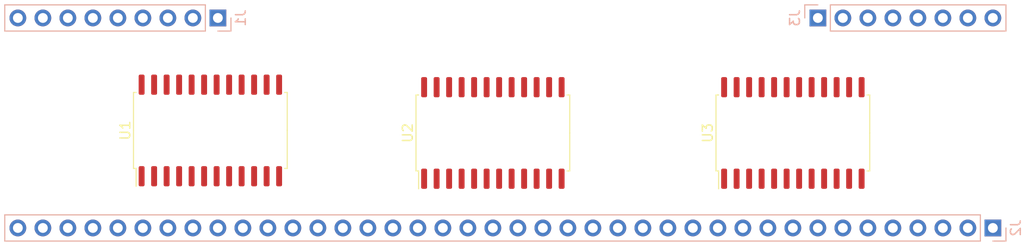
<source format=kicad_pcb>
(kicad_pcb (version 20171130) (host pcbnew "(5.1.10-1-10_14)")

  (general
    (thickness 1.6)
    (drawings 0)
    (tracks 0)
    (zones 0)
    (modules 6)
    (nets 58)
  )

  (page A4)
  (layers
    (0 F.Cu signal)
    (31 B.Cu signal)
    (32 B.Adhes user)
    (33 F.Adhes user)
    (34 B.Paste user)
    (35 F.Paste user)
    (36 B.SilkS user)
    (37 F.SilkS user)
    (38 B.Mask user)
    (39 F.Mask user)
    (40 Dwgs.User user)
    (41 Cmts.User user)
    (42 Eco1.User user)
    (43 Eco2.User user)
    (44 Edge.Cuts user)
    (45 Margin user)
    (46 B.CrtYd user)
    (47 F.CrtYd user)
    (48 B.Fab user hide)
    (49 F.Fab user hide)
  )

  (setup
    (last_trace_width 0.25)
    (trace_clearance 0.2)
    (zone_clearance 0.508)
    (zone_45_only no)
    (trace_min 0.2)
    (via_size 0.8)
    (via_drill 0.4)
    (via_min_size 0.4)
    (via_min_drill 0.3)
    (uvia_size 0.3)
    (uvia_drill 0.1)
    (uvias_allowed no)
    (uvia_min_size 0.2)
    (uvia_min_drill 0.1)
    (edge_width 0.05)
    (segment_width 0.2)
    (pcb_text_width 0.3)
    (pcb_text_size 1.5 1.5)
    (mod_edge_width 0.12)
    (mod_text_size 1 1)
    (mod_text_width 0.15)
    (pad_size 1.524 1.524)
    (pad_drill 0.762)
    (pad_to_mask_clearance 0)
    (aux_axis_origin 0 0)
    (visible_elements FFFFFF7F)
    (pcbplotparams
      (layerselection 0x010fc_ffffffff)
      (usegerberextensions false)
      (usegerberattributes true)
      (usegerberadvancedattributes true)
      (creategerberjobfile true)
      (excludeedgelayer true)
      (linewidth 0.100000)
      (plotframeref false)
      (viasonmask false)
      (mode 1)
      (useauxorigin false)
      (hpglpennumber 1)
      (hpglpenspeed 20)
      (hpglpendiameter 15.000000)
      (psnegative false)
      (psa4output false)
      (plotreference true)
      (plotvalue true)
      (plotinvisibletext false)
      (padsonsilk false)
      (subtractmaskfromsilk false)
      (outputformat 1)
      (mirror false)
      (drillshape 1)
      (scaleselection 1)
      (outputdirectory ""))
  )

  (net 0 "")
  (net 1 VCC)
  (net 2 A0)
  (net 3 A1)
  (net 4 A2)
  (net 5 A3)
  (net 6 ~EN0)
  (net 7 GND)
  (net 8 ~EN1)
  (net 9 ~EN2)
  (net 10 Q0)
  (net 11 Q1)
  (net 12 Q2)
  (net 13 Q3)
  (net 14 Q4)
  (net 15 Q5)
  (net 16 Q6)
  (net 17 Q7)
  (net 18 Q8)
  (net 19 Q9)
  (net 20 Q10)
  (net 21 Q11)
  (net 22 Q12)
  (net 23 Q13)
  (net 24 Q14)
  (net 25 Q15)
  (net 26 Q16)
  (net 27 Q17)
  (net 28 Q18)
  (net 29 Q19)
  (net 30 Q20)
  (net 31 Q21)
  (net 32 Q22)
  (net 33 Q23)
  (net 34 Q24)
  (net 35 Q25)
  (net 36 Q26)
  (net 37 Q27)
  (net 38 Q28)
  (net 39 Q29)
  (net 40 Q30)
  (net 41 Q31)
  (net 42 Q32)
  (net 43 Q33)
  (net 44 Q34)
  (net 45 Q35)
  (net 46 Q36)
  (net 47 Q37)
  (net 48 Q38)
  (net 49 Q39)
  (net 50 Q40)
  (net 51 Q41)
  (net 52 Q42)
  (net 53 Q43)
  (net 54 Q44)
  (net 55 Q45)
  (net 56 Q46)
  (net 57 Q47)

  (net_class Default "This is the default net class."
    (clearance 0.2)
    (trace_width 0.25)
    (via_dia 0.8)
    (via_drill 0.4)
    (uvia_dia 0.3)
    (uvia_drill 0.1)
    (add_net A0)
    (add_net A1)
    (add_net A2)
    (add_net A3)
    (add_net GND)
    (add_net Q0)
    (add_net Q1)
    (add_net Q10)
    (add_net Q11)
    (add_net Q12)
    (add_net Q13)
    (add_net Q14)
    (add_net Q15)
    (add_net Q16)
    (add_net Q17)
    (add_net Q18)
    (add_net Q19)
    (add_net Q2)
    (add_net Q20)
    (add_net Q21)
    (add_net Q22)
    (add_net Q23)
    (add_net Q24)
    (add_net Q25)
    (add_net Q26)
    (add_net Q27)
    (add_net Q28)
    (add_net Q29)
    (add_net Q3)
    (add_net Q30)
    (add_net Q31)
    (add_net Q32)
    (add_net Q33)
    (add_net Q34)
    (add_net Q35)
    (add_net Q36)
    (add_net Q37)
    (add_net Q38)
    (add_net Q39)
    (add_net Q4)
    (add_net Q40)
    (add_net Q41)
    (add_net Q42)
    (add_net Q43)
    (add_net Q44)
    (add_net Q45)
    (add_net Q46)
    (add_net Q47)
    (add_net Q5)
    (add_net Q6)
    (add_net Q7)
    (add_net Q8)
    (add_net Q9)
    (add_net VCC)
    (add_net ~EN0)
    (add_net ~EN1)
    (add_net ~EN2)
  )

  (module Connector_PinHeader_2.54mm:PinHeader_1x08_P2.54mm_Vertical (layer B.Cu) (tedit 59FED5CC) (tstamp 61B4D741)
    (at 214.63 99.822 270)
    (descr "Through hole straight pin header, 1x08, 2.54mm pitch, single row")
    (tags "Through hole pin header THT 1x08 2.54mm single row")
    (path /61B83E83)
    (fp_text reference J3 (at 0 2.33 270) (layer B.SilkS)
      (effects (font (size 1 1) (thickness 0.15)) (justify mirror))
    )
    (fp_text value Conn_01x08 (at 0 -20.11 270) (layer B.Fab)
      (effects (font (size 1 1) (thickness 0.15)) (justify mirror))
    )
    (fp_text user %R (at 0 -8.89) (layer B.Fab)
      (effects (font (size 1 1) (thickness 0.15)) (justify mirror))
    )
    (fp_line (start -0.635 1.27) (end 1.27 1.27) (layer B.Fab) (width 0.1))
    (fp_line (start 1.27 1.27) (end 1.27 -19.05) (layer B.Fab) (width 0.1))
    (fp_line (start 1.27 -19.05) (end -1.27 -19.05) (layer B.Fab) (width 0.1))
    (fp_line (start -1.27 -19.05) (end -1.27 0.635) (layer B.Fab) (width 0.1))
    (fp_line (start -1.27 0.635) (end -0.635 1.27) (layer B.Fab) (width 0.1))
    (fp_line (start -1.33 -19.11) (end 1.33 -19.11) (layer B.SilkS) (width 0.12))
    (fp_line (start -1.33 -1.27) (end -1.33 -19.11) (layer B.SilkS) (width 0.12))
    (fp_line (start 1.33 -1.27) (end 1.33 -19.11) (layer B.SilkS) (width 0.12))
    (fp_line (start -1.33 -1.27) (end 1.33 -1.27) (layer B.SilkS) (width 0.12))
    (fp_line (start -1.33 0) (end -1.33 1.33) (layer B.SilkS) (width 0.12))
    (fp_line (start -1.33 1.33) (end 0 1.33) (layer B.SilkS) (width 0.12))
    (fp_line (start -1.8 1.8) (end -1.8 -19.55) (layer B.CrtYd) (width 0.05))
    (fp_line (start -1.8 -19.55) (end 1.8 -19.55) (layer B.CrtYd) (width 0.05))
    (fp_line (start 1.8 -19.55) (end 1.8 1.8) (layer B.CrtYd) (width 0.05))
    (fp_line (start 1.8 1.8) (end -1.8 1.8) (layer B.CrtYd) (width 0.05))
    (pad 8 thru_hole oval (at 0 -17.78 270) (size 1.7 1.7) (drill 1) (layers *.Cu *.Mask)
      (net 50 Q40))
    (pad 7 thru_hole oval (at 0 -15.24 270) (size 1.7 1.7) (drill 1) (layers *.Cu *.Mask)
      (net 51 Q41))
    (pad 6 thru_hole oval (at 0 -12.7 270) (size 1.7 1.7) (drill 1) (layers *.Cu *.Mask)
      (net 52 Q42))
    (pad 5 thru_hole oval (at 0 -10.16 270) (size 1.7 1.7) (drill 1) (layers *.Cu *.Mask)
      (net 53 Q43))
    (pad 4 thru_hole oval (at 0 -7.62 270) (size 1.7 1.7) (drill 1) (layers *.Cu *.Mask)
      (net 54 Q44))
    (pad 3 thru_hole oval (at 0 -5.08 270) (size 1.7 1.7) (drill 1) (layers *.Cu *.Mask)
      (net 55 Q45))
    (pad 2 thru_hole oval (at 0 -2.54 270) (size 1.7 1.7) (drill 1) (layers *.Cu *.Mask)
      (net 56 Q46))
    (pad 1 thru_hole rect (at 0 0 270) (size 1.7 1.7) (drill 1) (layers *.Cu *.Mask)
      (net 57 Q47))
    (model ${KISYS3DMOD}/Connector_PinHeader_2.54mm.3dshapes/PinHeader_1x08_P2.54mm_Vertical.wrl
      (at (xyz 0 0 0))
      (scale (xyz 1 1 1))
      (rotate (xyz 0 0 0))
    )
  )

  (module Connector_PinHeader_2.54mm:PinHeader_1x40_P2.54mm_Vertical (layer B.Cu) (tedit 59FED5CC) (tstamp 61B4CBE7)
    (at 232.41 121.158 90)
    (descr "Through hole straight pin header, 1x40, 2.54mm pitch, single row")
    (tags "Through hole pin header THT 1x40 2.54mm single row")
    (path /61B6091F)
    (fp_text reference J2 (at 0 2.33 90) (layer B.SilkS)
      (effects (font (size 1 1) (thickness 0.15)) (justify mirror))
    )
    (fp_text value Conn_01x40 (at 0 -101.39 90) (layer B.Fab)
      (effects (font (size 1 1) (thickness 0.15)) (justify mirror))
    )
    (fp_text user %R (at 0 -49.53 180) (layer B.Fab)
      (effects (font (size 1 1) (thickness 0.15)) (justify mirror))
    )
    (fp_line (start -0.635 1.27) (end 1.27 1.27) (layer B.Fab) (width 0.1))
    (fp_line (start 1.27 1.27) (end 1.27 -100.33) (layer B.Fab) (width 0.1))
    (fp_line (start 1.27 -100.33) (end -1.27 -100.33) (layer B.Fab) (width 0.1))
    (fp_line (start -1.27 -100.33) (end -1.27 0.635) (layer B.Fab) (width 0.1))
    (fp_line (start -1.27 0.635) (end -0.635 1.27) (layer B.Fab) (width 0.1))
    (fp_line (start -1.33 -100.39) (end 1.33 -100.39) (layer B.SilkS) (width 0.12))
    (fp_line (start -1.33 -1.27) (end -1.33 -100.39) (layer B.SilkS) (width 0.12))
    (fp_line (start 1.33 -1.27) (end 1.33 -100.39) (layer B.SilkS) (width 0.12))
    (fp_line (start -1.33 -1.27) (end 1.33 -1.27) (layer B.SilkS) (width 0.12))
    (fp_line (start -1.33 0) (end -1.33 1.33) (layer B.SilkS) (width 0.12))
    (fp_line (start -1.33 1.33) (end 0 1.33) (layer B.SilkS) (width 0.12))
    (fp_line (start -1.8 1.8) (end -1.8 -100.85) (layer B.CrtYd) (width 0.05))
    (fp_line (start -1.8 -100.85) (end 1.8 -100.85) (layer B.CrtYd) (width 0.05))
    (fp_line (start 1.8 -100.85) (end 1.8 1.8) (layer B.CrtYd) (width 0.05))
    (fp_line (start 1.8 1.8) (end -1.8 1.8) (layer B.CrtYd) (width 0.05))
    (pad 40 thru_hole oval (at 0 -99.06 90) (size 1.7 1.7) (drill 1) (layers *.Cu *.Mask)
      (net 10 Q0))
    (pad 39 thru_hole oval (at 0 -96.52 90) (size 1.7 1.7) (drill 1) (layers *.Cu *.Mask)
      (net 11 Q1))
    (pad 38 thru_hole oval (at 0 -93.98 90) (size 1.7 1.7) (drill 1) (layers *.Cu *.Mask)
      (net 12 Q2))
    (pad 37 thru_hole oval (at 0 -91.44 90) (size 1.7 1.7) (drill 1) (layers *.Cu *.Mask)
      (net 13 Q3))
    (pad 36 thru_hole oval (at 0 -88.9 90) (size 1.7 1.7) (drill 1) (layers *.Cu *.Mask)
      (net 14 Q4))
    (pad 35 thru_hole oval (at 0 -86.36 90) (size 1.7 1.7) (drill 1) (layers *.Cu *.Mask)
      (net 15 Q5))
    (pad 34 thru_hole oval (at 0 -83.82 90) (size 1.7 1.7) (drill 1) (layers *.Cu *.Mask)
      (net 16 Q6))
    (pad 33 thru_hole oval (at 0 -81.28 90) (size 1.7 1.7) (drill 1) (layers *.Cu *.Mask)
      (net 17 Q7))
    (pad 32 thru_hole oval (at 0 -78.74 90) (size 1.7 1.7) (drill 1) (layers *.Cu *.Mask)
      (net 18 Q8))
    (pad 31 thru_hole oval (at 0 -76.2 90) (size 1.7 1.7) (drill 1) (layers *.Cu *.Mask)
      (net 19 Q9))
    (pad 30 thru_hole oval (at 0 -73.66 90) (size 1.7 1.7) (drill 1) (layers *.Cu *.Mask)
      (net 20 Q10))
    (pad 29 thru_hole oval (at 0 -71.12 90) (size 1.7 1.7) (drill 1) (layers *.Cu *.Mask)
      (net 21 Q11))
    (pad 28 thru_hole oval (at 0 -68.58 90) (size 1.7 1.7) (drill 1) (layers *.Cu *.Mask)
      (net 22 Q12))
    (pad 27 thru_hole oval (at 0 -66.04 90) (size 1.7 1.7) (drill 1) (layers *.Cu *.Mask)
      (net 23 Q13))
    (pad 26 thru_hole oval (at 0 -63.5 90) (size 1.7 1.7) (drill 1) (layers *.Cu *.Mask)
      (net 24 Q14))
    (pad 25 thru_hole oval (at 0 -60.96 90) (size 1.7 1.7) (drill 1) (layers *.Cu *.Mask)
      (net 25 Q15))
    (pad 24 thru_hole oval (at 0 -58.42 90) (size 1.7 1.7) (drill 1) (layers *.Cu *.Mask)
      (net 26 Q16))
    (pad 23 thru_hole oval (at 0 -55.88 90) (size 1.7 1.7) (drill 1) (layers *.Cu *.Mask)
      (net 27 Q17))
    (pad 22 thru_hole oval (at 0 -53.34 90) (size 1.7 1.7) (drill 1) (layers *.Cu *.Mask)
      (net 28 Q18))
    (pad 21 thru_hole oval (at 0 -50.8 90) (size 1.7 1.7) (drill 1) (layers *.Cu *.Mask)
      (net 29 Q19))
    (pad 20 thru_hole oval (at 0 -48.26 90) (size 1.7 1.7) (drill 1) (layers *.Cu *.Mask)
      (net 30 Q20))
    (pad 19 thru_hole oval (at 0 -45.72 90) (size 1.7 1.7) (drill 1) (layers *.Cu *.Mask)
      (net 31 Q21))
    (pad 18 thru_hole oval (at 0 -43.18 90) (size 1.7 1.7) (drill 1) (layers *.Cu *.Mask)
      (net 32 Q22))
    (pad 17 thru_hole oval (at 0 -40.64 90) (size 1.7 1.7) (drill 1) (layers *.Cu *.Mask)
      (net 33 Q23))
    (pad 16 thru_hole oval (at 0 -38.1 90) (size 1.7 1.7) (drill 1) (layers *.Cu *.Mask)
      (net 34 Q24))
    (pad 15 thru_hole oval (at 0 -35.56 90) (size 1.7 1.7) (drill 1) (layers *.Cu *.Mask)
      (net 35 Q25))
    (pad 14 thru_hole oval (at 0 -33.02 90) (size 1.7 1.7) (drill 1) (layers *.Cu *.Mask)
      (net 36 Q26))
    (pad 13 thru_hole oval (at 0 -30.48 90) (size 1.7 1.7) (drill 1) (layers *.Cu *.Mask)
      (net 37 Q27))
    (pad 12 thru_hole oval (at 0 -27.94 90) (size 1.7 1.7) (drill 1) (layers *.Cu *.Mask)
      (net 38 Q28))
    (pad 11 thru_hole oval (at 0 -25.4 90) (size 1.7 1.7) (drill 1) (layers *.Cu *.Mask)
      (net 39 Q29))
    (pad 10 thru_hole oval (at 0 -22.86 90) (size 1.7 1.7) (drill 1) (layers *.Cu *.Mask)
      (net 40 Q30))
    (pad 9 thru_hole oval (at 0 -20.32 90) (size 1.7 1.7) (drill 1) (layers *.Cu *.Mask)
      (net 41 Q31))
    (pad 8 thru_hole oval (at 0 -17.78 90) (size 1.7 1.7) (drill 1) (layers *.Cu *.Mask)
      (net 42 Q32))
    (pad 7 thru_hole oval (at 0 -15.24 90) (size 1.7 1.7) (drill 1) (layers *.Cu *.Mask)
      (net 43 Q33))
    (pad 6 thru_hole oval (at 0 -12.7 90) (size 1.7 1.7) (drill 1) (layers *.Cu *.Mask)
      (net 44 Q34))
    (pad 5 thru_hole oval (at 0 -10.16 90) (size 1.7 1.7) (drill 1) (layers *.Cu *.Mask)
      (net 45 Q35))
    (pad 4 thru_hole oval (at 0 -7.62 90) (size 1.7 1.7) (drill 1) (layers *.Cu *.Mask)
      (net 46 Q36))
    (pad 3 thru_hole oval (at 0 -5.08 90) (size 1.7 1.7) (drill 1) (layers *.Cu *.Mask)
      (net 47 Q37))
    (pad 2 thru_hole oval (at 0 -2.54 90) (size 1.7 1.7) (drill 1) (layers *.Cu *.Mask)
      (net 48 Q38))
    (pad 1 thru_hole rect (at 0 0 90) (size 1.7 1.7) (drill 1) (layers *.Cu *.Mask)
      (net 49 Q39))
    (model ${KISYS3DMOD}/Connector_PinHeader_2.54mm.3dshapes/PinHeader_1x40_P2.54mm_Vertical.wrl
      (at (xyz 0 0 0))
      (scale (xyz 1 1 1))
      (rotate (xyz 0 0 0))
    )
  )

  (module Connector_PinHeader_2.54mm:PinHeader_1x09_P2.54mm_Vertical (layer B.Cu) (tedit 59FED5CC) (tstamp 61B4C52E)
    (at 153.67 99.822 90)
    (descr "Through hole straight pin header, 1x09, 2.54mm pitch, single row")
    (tags "Through hole pin header THT 1x09 2.54mm single row")
    (path /61B527ED)
    (fp_text reference J1 (at 0 2.33 90) (layer B.SilkS)
      (effects (font (size 1 1) (thickness 0.15)) (justify mirror))
    )
    (fp_text value Conn_01x09 (at 0 -22.65 90) (layer B.Fab)
      (effects (font (size 1 1) (thickness 0.15)) (justify mirror))
    )
    (fp_text user %R (at 0 -11.176 180) (layer B.Fab)
      (effects (font (size 1 1) (thickness 0.15)) (justify mirror))
    )
    (fp_line (start -0.635 1.27) (end 1.27 1.27) (layer B.Fab) (width 0.1))
    (fp_line (start 1.27 1.27) (end 1.27 -21.59) (layer B.Fab) (width 0.1))
    (fp_line (start 1.27 -21.59) (end -1.27 -21.59) (layer B.Fab) (width 0.1))
    (fp_line (start -1.27 -21.59) (end -1.27 0.635) (layer B.Fab) (width 0.1))
    (fp_line (start -1.27 0.635) (end -0.635 1.27) (layer B.Fab) (width 0.1))
    (fp_line (start -1.33 -21.65) (end 1.33 -21.65) (layer B.SilkS) (width 0.12))
    (fp_line (start -1.33 -1.27) (end -1.33 -21.65) (layer B.SilkS) (width 0.12))
    (fp_line (start 1.33 -1.27) (end 1.33 -21.65) (layer B.SilkS) (width 0.12))
    (fp_line (start -1.33 -1.27) (end 1.33 -1.27) (layer B.SilkS) (width 0.12))
    (fp_line (start -1.33 0) (end -1.33 1.33) (layer B.SilkS) (width 0.12))
    (fp_line (start -1.33 1.33) (end 0 1.33) (layer B.SilkS) (width 0.12))
    (fp_line (start -1.8 1.8) (end -1.8 -22.1) (layer B.CrtYd) (width 0.05))
    (fp_line (start -1.8 -22.1) (end 1.8 -22.1) (layer B.CrtYd) (width 0.05))
    (fp_line (start 1.8 -22.1) (end 1.8 1.8) (layer B.CrtYd) (width 0.05))
    (fp_line (start 1.8 1.8) (end -1.8 1.8) (layer B.CrtYd) (width 0.05))
    (pad 9 thru_hole oval (at 0 -20.32 90) (size 1.7 1.7) (drill 1) (layers *.Cu *.Mask)
      (net 2 A0))
    (pad 8 thru_hole oval (at 0 -17.78 90) (size 1.7 1.7) (drill 1) (layers *.Cu *.Mask)
      (net 3 A1))
    (pad 7 thru_hole oval (at 0 -15.24 90) (size 1.7 1.7) (drill 1) (layers *.Cu *.Mask)
      (net 4 A2))
    (pad 6 thru_hole oval (at 0 -12.7 90) (size 1.7 1.7) (drill 1) (layers *.Cu *.Mask)
      (net 5 A3))
    (pad 5 thru_hole oval (at 0 -10.16 90) (size 1.7 1.7) (drill 1) (layers *.Cu *.Mask)
      (net 6 ~EN0))
    (pad 4 thru_hole oval (at 0 -7.62 90) (size 1.7 1.7) (drill 1) (layers *.Cu *.Mask)
      (net 8 ~EN1))
    (pad 3 thru_hole oval (at 0 -5.08 90) (size 1.7 1.7) (drill 1) (layers *.Cu *.Mask)
      (net 9 ~EN2))
    (pad 2 thru_hole oval (at 0 -2.54 90) (size 1.7 1.7) (drill 1) (layers *.Cu *.Mask)
      (net 7 GND))
    (pad 1 thru_hole rect (at 0 0 90) (size 1.7 1.7) (drill 1) (layers *.Cu *.Mask)
      (net 1 VCC))
    (model ${KISYS3DMOD}/Connector_PinHeader_2.54mm.3dshapes/PinHeader_1x09_P2.54mm_Vertical.wrl
      (at (xyz 0 0 0))
      (scale (xyz 1 1 1))
      (rotate (xyz 0 0 0))
    )
  )

  (module Package_SO:SOIC-24W_7.5x15.4mm_P1.27mm (layer F.Cu) (tedit 5D9F72B1) (tstamp 61B4C0E1)
    (at 212.09 111.506 90)
    (descr "SOIC, 24 Pin (JEDEC MS-013AD, https://www.analog.com/media/en/package-pcb-resources/package/pkg_pdf/soic_wide-rw/RW_24.pdf), generated with kicad-footprint-generator ipc_gullwing_generator.py")
    (tags "SOIC SO")
    (path /61B4FA48)
    (attr smd)
    (fp_text reference U3 (at 0 -8.65 90) (layer F.SilkS)
      (effects (font (size 1 1) (thickness 0.15)))
    )
    (fp_text value 74LS154 (at 0 8.65 90) (layer F.Fab)
      (effects (font (size 1 1) (thickness 0.15)))
    )
    (fp_text user %R (at 0 0 90) (layer F.Fab)
      (effects (font (size 1 1) (thickness 0.15)))
    )
    (fp_line (start 0 7.81) (end 3.86 7.81) (layer F.SilkS) (width 0.12))
    (fp_line (start 3.86 7.81) (end 3.86 7.545) (layer F.SilkS) (width 0.12))
    (fp_line (start 0 7.81) (end -3.86 7.81) (layer F.SilkS) (width 0.12))
    (fp_line (start -3.86 7.81) (end -3.86 7.545) (layer F.SilkS) (width 0.12))
    (fp_line (start 0 -7.81) (end 3.86 -7.81) (layer F.SilkS) (width 0.12))
    (fp_line (start 3.86 -7.81) (end 3.86 -7.545) (layer F.SilkS) (width 0.12))
    (fp_line (start 0 -7.81) (end -3.86 -7.81) (layer F.SilkS) (width 0.12))
    (fp_line (start -3.86 -7.81) (end -3.86 -7.545) (layer F.SilkS) (width 0.12))
    (fp_line (start -3.86 -7.545) (end -5.675 -7.545) (layer F.SilkS) (width 0.12))
    (fp_line (start -2.75 -7.7) (end 3.75 -7.7) (layer F.Fab) (width 0.1))
    (fp_line (start 3.75 -7.7) (end 3.75 7.7) (layer F.Fab) (width 0.1))
    (fp_line (start 3.75 7.7) (end -3.75 7.7) (layer F.Fab) (width 0.1))
    (fp_line (start -3.75 7.7) (end -3.75 -6.7) (layer F.Fab) (width 0.1))
    (fp_line (start -3.75 -6.7) (end -2.75 -7.7) (layer F.Fab) (width 0.1))
    (fp_line (start -5.93 -7.95) (end -5.93 7.95) (layer F.CrtYd) (width 0.05))
    (fp_line (start -5.93 7.95) (end 5.93 7.95) (layer F.CrtYd) (width 0.05))
    (fp_line (start 5.93 7.95) (end 5.93 -7.95) (layer F.CrtYd) (width 0.05))
    (fp_line (start 5.93 -7.95) (end -5.93 -7.95) (layer F.CrtYd) (width 0.05))
    (pad 24 smd roundrect (at 4.65 -6.985 90) (size 2.05 0.6) (layers F.Cu F.Paste F.Mask) (roundrect_rratio 0.25)
      (net 1 VCC))
    (pad 23 smd roundrect (at 4.65 -5.715 90) (size 2.05 0.6) (layers F.Cu F.Paste F.Mask) (roundrect_rratio 0.25)
      (net 2 A0))
    (pad 22 smd roundrect (at 4.65 -4.445 90) (size 2.05 0.6) (layers F.Cu F.Paste F.Mask) (roundrect_rratio 0.25)
      (net 3 A1))
    (pad 21 smd roundrect (at 4.65 -3.175 90) (size 2.05 0.6) (layers F.Cu F.Paste F.Mask) (roundrect_rratio 0.25)
      (net 4 A2))
    (pad 20 smd roundrect (at 4.65 -1.905 90) (size 2.05 0.6) (layers F.Cu F.Paste F.Mask) (roundrect_rratio 0.25)
      (net 5 A3))
    (pad 19 smd roundrect (at 4.65 -0.635 90) (size 2.05 0.6) (layers F.Cu F.Paste F.Mask) (roundrect_rratio 0.25)
      (net 6 ~EN0))
    (pad 18 smd roundrect (at 4.65 0.635 90) (size 2.05 0.6) (layers F.Cu F.Paste F.Mask) (roundrect_rratio 0.25)
      (net 6 ~EN0))
    (pad 17 smd roundrect (at 4.65 1.905 90) (size 2.05 0.6) (layers F.Cu F.Paste F.Mask) (roundrect_rratio 0.25)
      (net 57 Q47))
    (pad 16 smd roundrect (at 4.65 3.175 90) (size 2.05 0.6) (layers F.Cu F.Paste F.Mask) (roundrect_rratio 0.25)
      (net 56 Q46))
    (pad 15 smd roundrect (at 4.65 4.445 90) (size 2.05 0.6) (layers F.Cu F.Paste F.Mask) (roundrect_rratio 0.25)
      (net 55 Q45))
    (pad 14 smd roundrect (at 4.65 5.715 90) (size 2.05 0.6) (layers F.Cu F.Paste F.Mask) (roundrect_rratio 0.25)
      (net 54 Q44))
    (pad 13 smd roundrect (at 4.65 6.985 90) (size 2.05 0.6) (layers F.Cu F.Paste F.Mask) (roundrect_rratio 0.25)
      (net 53 Q43))
    (pad 12 smd roundrect (at -4.65 6.985 90) (size 2.05 0.6) (layers F.Cu F.Paste F.Mask) (roundrect_rratio 0.25)
      (net 7 GND))
    (pad 11 smd roundrect (at -4.65 5.715 90) (size 2.05 0.6) (layers F.Cu F.Paste F.Mask) (roundrect_rratio 0.25)
      (net 52 Q42))
    (pad 10 smd roundrect (at -4.65 4.445 90) (size 2.05 0.6) (layers F.Cu F.Paste F.Mask) (roundrect_rratio 0.25)
      (net 51 Q41))
    (pad 9 smd roundrect (at -4.65 3.175 90) (size 2.05 0.6) (layers F.Cu F.Paste F.Mask) (roundrect_rratio 0.25)
      (net 50 Q40))
    (pad 8 smd roundrect (at -4.65 1.905 90) (size 2.05 0.6) (layers F.Cu F.Paste F.Mask) (roundrect_rratio 0.25)
      (net 49 Q39))
    (pad 7 smd roundrect (at -4.65 0.635 90) (size 2.05 0.6) (layers F.Cu F.Paste F.Mask) (roundrect_rratio 0.25)
      (net 48 Q38))
    (pad 6 smd roundrect (at -4.65 -0.635 90) (size 2.05 0.6) (layers F.Cu F.Paste F.Mask) (roundrect_rratio 0.25)
      (net 47 Q37))
    (pad 5 smd roundrect (at -4.65 -1.905 90) (size 2.05 0.6) (layers F.Cu F.Paste F.Mask) (roundrect_rratio 0.25)
      (net 46 Q36))
    (pad 4 smd roundrect (at -4.65 -3.175 90) (size 2.05 0.6) (layers F.Cu F.Paste F.Mask) (roundrect_rratio 0.25)
      (net 45 Q35))
    (pad 3 smd roundrect (at -4.65 -4.445 90) (size 2.05 0.6) (layers F.Cu F.Paste F.Mask) (roundrect_rratio 0.25)
      (net 44 Q34))
    (pad 2 smd roundrect (at -4.65 -5.715 90) (size 2.05 0.6) (layers F.Cu F.Paste F.Mask) (roundrect_rratio 0.25)
      (net 43 Q33))
    (pad 1 smd roundrect (at -4.65 -6.985 90) (size 2.05 0.6) (layers F.Cu F.Paste F.Mask) (roundrect_rratio 0.25)
      (net 42 Q32))
    (model ${KISYS3DMOD}/Package_SO.3dshapes/SOIC-24W_7.5x15.4mm_P1.27mm.wrl
      (at (xyz 0 0 0))
      (scale (xyz 1 1 1))
      (rotate (xyz 0 0 0))
    )
  )

  (module Package_SO:SOIC-24W_7.5x15.4mm_P1.27mm (layer F.Cu) (tedit 5D9F72B1) (tstamp 61B4C0B2)
    (at 181.61 111.506 90)
    (descr "SOIC, 24 Pin (JEDEC MS-013AD, https://www.analog.com/media/en/package-pcb-resources/package/pkg_pdf/soic_wide-rw/RW_24.pdf), generated with kicad-footprint-generator ipc_gullwing_generator.py")
    (tags "SOIC SO")
    (path /61B4E800)
    (attr smd)
    (fp_text reference U2 (at 0 -8.65 90) (layer F.SilkS)
      (effects (font (size 1 1) (thickness 0.15)))
    )
    (fp_text value 74LS154 (at 0 8.65 90) (layer F.Fab)
      (effects (font (size 1 1) (thickness 0.15)))
    )
    (fp_text user %R (at 0 0 90) (layer F.Fab)
      (effects (font (size 1 1) (thickness 0.15)))
    )
    (fp_line (start 0 7.81) (end 3.86 7.81) (layer F.SilkS) (width 0.12))
    (fp_line (start 3.86 7.81) (end 3.86 7.545) (layer F.SilkS) (width 0.12))
    (fp_line (start 0 7.81) (end -3.86 7.81) (layer F.SilkS) (width 0.12))
    (fp_line (start -3.86 7.81) (end -3.86 7.545) (layer F.SilkS) (width 0.12))
    (fp_line (start 0 -7.81) (end 3.86 -7.81) (layer F.SilkS) (width 0.12))
    (fp_line (start 3.86 -7.81) (end 3.86 -7.545) (layer F.SilkS) (width 0.12))
    (fp_line (start 0 -7.81) (end -3.86 -7.81) (layer F.SilkS) (width 0.12))
    (fp_line (start -3.86 -7.81) (end -3.86 -7.545) (layer F.SilkS) (width 0.12))
    (fp_line (start -3.86 -7.545) (end -5.675 -7.545) (layer F.SilkS) (width 0.12))
    (fp_line (start -2.75 -7.7) (end 3.75 -7.7) (layer F.Fab) (width 0.1))
    (fp_line (start 3.75 -7.7) (end 3.75 7.7) (layer F.Fab) (width 0.1))
    (fp_line (start 3.75 7.7) (end -3.75 7.7) (layer F.Fab) (width 0.1))
    (fp_line (start -3.75 7.7) (end -3.75 -6.7) (layer F.Fab) (width 0.1))
    (fp_line (start -3.75 -6.7) (end -2.75 -7.7) (layer F.Fab) (width 0.1))
    (fp_line (start -5.93 -7.95) (end -5.93 7.95) (layer F.CrtYd) (width 0.05))
    (fp_line (start -5.93 7.95) (end 5.93 7.95) (layer F.CrtYd) (width 0.05))
    (fp_line (start 5.93 7.95) (end 5.93 -7.95) (layer F.CrtYd) (width 0.05))
    (fp_line (start 5.93 -7.95) (end -5.93 -7.95) (layer F.CrtYd) (width 0.05))
    (pad 24 smd roundrect (at 4.65 -6.985 90) (size 2.05 0.6) (layers F.Cu F.Paste F.Mask) (roundrect_rratio 0.25)
      (net 1 VCC))
    (pad 23 smd roundrect (at 4.65 -5.715 90) (size 2.05 0.6) (layers F.Cu F.Paste F.Mask) (roundrect_rratio 0.25)
      (net 2 A0))
    (pad 22 smd roundrect (at 4.65 -4.445 90) (size 2.05 0.6) (layers F.Cu F.Paste F.Mask) (roundrect_rratio 0.25)
      (net 3 A1))
    (pad 21 smd roundrect (at 4.65 -3.175 90) (size 2.05 0.6) (layers F.Cu F.Paste F.Mask) (roundrect_rratio 0.25)
      (net 4 A2))
    (pad 20 smd roundrect (at 4.65 -1.905 90) (size 2.05 0.6) (layers F.Cu F.Paste F.Mask) (roundrect_rratio 0.25)
      (net 5 A3))
    (pad 19 smd roundrect (at 4.65 -0.635 90) (size 2.05 0.6) (layers F.Cu F.Paste F.Mask) (roundrect_rratio 0.25)
      (net 6 ~EN0))
    (pad 18 smd roundrect (at 4.65 0.635 90) (size 2.05 0.6) (layers F.Cu F.Paste F.Mask) (roundrect_rratio 0.25)
      (net 6 ~EN0))
    (pad 17 smd roundrect (at 4.65 1.905 90) (size 2.05 0.6) (layers F.Cu F.Paste F.Mask) (roundrect_rratio 0.25)
      (net 41 Q31))
    (pad 16 smd roundrect (at 4.65 3.175 90) (size 2.05 0.6) (layers F.Cu F.Paste F.Mask) (roundrect_rratio 0.25)
      (net 40 Q30))
    (pad 15 smd roundrect (at 4.65 4.445 90) (size 2.05 0.6) (layers F.Cu F.Paste F.Mask) (roundrect_rratio 0.25)
      (net 39 Q29))
    (pad 14 smd roundrect (at 4.65 5.715 90) (size 2.05 0.6) (layers F.Cu F.Paste F.Mask) (roundrect_rratio 0.25)
      (net 38 Q28))
    (pad 13 smd roundrect (at 4.65 6.985 90) (size 2.05 0.6) (layers F.Cu F.Paste F.Mask) (roundrect_rratio 0.25)
      (net 37 Q27))
    (pad 12 smd roundrect (at -4.65 6.985 90) (size 2.05 0.6) (layers F.Cu F.Paste F.Mask) (roundrect_rratio 0.25)
      (net 7 GND))
    (pad 11 smd roundrect (at -4.65 5.715 90) (size 2.05 0.6) (layers F.Cu F.Paste F.Mask) (roundrect_rratio 0.25)
      (net 36 Q26))
    (pad 10 smd roundrect (at -4.65 4.445 90) (size 2.05 0.6) (layers F.Cu F.Paste F.Mask) (roundrect_rratio 0.25)
      (net 35 Q25))
    (pad 9 smd roundrect (at -4.65 3.175 90) (size 2.05 0.6) (layers F.Cu F.Paste F.Mask) (roundrect_rratio 0.25)
      (net 34 Q24))
    (pad 8 smd roundrect (at -4.65 1.905 90) (size 2.05 0.6) (layers F.Cu F.Paste F.Mask) (roundrect_rratio 0.25)
      (net 33 Q23))
    (pad 7 smd roundrect (at -4.65 0.635 90) (size 2.05 0.6) (layers F.Cu F.Paste F.Mask) (roundrect_rratio 0.25)
      (net 32 Q22))
    (pad 6 smd roundrect (at -4.65 -0.635 90) (size 2.05 0.6) (layers F.Cu F.Paste F.Mask) (roundrect_rratio 0.25)
      (net 31 Q21))
    (pad 5 smd roundrect (at -4.65 -1.905 90) (size 2.05 0.6) (layers F.Cu F.Paste F.Mask) (roundrect_rratio 0.25)
      (net 30 Q20))
    (pad 4 smd roundrect (at -4.65 -3.175 90) (size 2.05 0.6) (layers F.Cu F.Paste F.Mask) (roundrect_rratio 0.25)
      (net 29 Q19))
    (pad 3 smd roundrect (at -4.65 -4.445 90) (size 2.05 0.6) (layers F.Cu F.Paste F.Mask) (roundrect_rratio 0.25)
      (net 28 Q18))
    (pad 2 smd roundrect (at -4.65 -5.715 90) (size 2.05 0.6) (layers F.Cu F.Paste F.Mask) (roundrect_rratio 0.25)
      (net 27 Q17))
    (pad 1 smd roundrect (at -4.65 -6.985 90) (size 2.05 0.6) (layers F.Cu F.Paste F.Mask) (roundrect_rratio 0.25)
      (net 26 Q16))
    (model ${KISYS3DMOD}/Package_SO.3dshapes/SOIC-24W_7.5x15.4mm_P1.27mm.wrl
      (at (xyz 0 0 0))
      (scale (xyz 1 1 1))
      (rotate (xyz 0 0 0))
    )
  )

  (module Package_SO:SOIC-24W_7.5x15.4mm_P1.27mm (layer F.Cu) (tedit 5D9F72B1) (tstamp 61B4C083)
    (at 152.908 111.252 90)
    (descr "SOIC, 24 Pin (JEDEC MS-013AD, https://www.analog.com/media/en/package-pcb-resources/package/pkg_pdf/soic_wide-rw/RW_24.pdf), generated with kicad-footprint-generator ipc_gullwing_generator.py")
    (tags "SOIC SO")
    (path /61B4C0A6)
    (attr smd)
    (fp_text reference U1 (at 0 -8.65 90) (layer F.SilkS)
      (effects (font (size 1 1) (thickness 0.15)))
    )
    (fp_text value 74LS154 (at 0 8.65 90) (layer F.Fab)
      (effects (font (size 1 1) (thickness 0.15)))
    )
    (fp_text user %R (at 0 0 90) (layer F.Fab)
      (effects (font (size 1 1) (thickness 0.15)))
    )
    (fp_line (start 0 7.81) (end 3.86 7.81) (layer F.SilkS) (width 0.12))
    (fp_line (start 3.86 7.81) (end 3.86 7.545) (layer F.SilkS) (width 0.12))
    (fp_line (start 0 7.81) (end -3.86 7.81) (layer F.SilkS) (width 0.12))
    (fp_line (start -3.86 7.81) (end -3.86 7.545) (layer F.SilkS) (width 0.12))
    (fp_line (start 0 -7.81) (end 3.86 -7.81) (layer F.SilkS) (width 0.12))
    (fp_line (start 3.86 -7.81) (end 3.86 -7.545) (layer F.SilkS) (width 0.12))
    (fp_line (start 0 -7.81) (end -3.86 -7.81) (layer F.SilkS) (width 0.12))
    (fp_line (start -3.86 -7.81) (end -3.86 -7.545) (layer F.SilkS) (width 0.12))
    (fp_line (start -3.86 -7.545) (end -5.675 -7.545) (layer F.SilkS) (width 0.12))
    (fp_line (start -2.75 -7.7) (end 3.75 -7.7) (layer F.Fab) (width 0.1))
    (fp_line (start 3.75 -7.7) (end 3.75 7.7) (layer F.Fab) (width 0.1))
    (fp_line (start 3.75 7.7) (end -3.75 7.7) (layer F.Fab) (width 0.1))
    (fp_line (start -3.75 7.7) (end -3.75 -6.7) (layer F.Fab) (width 0.1))
    (fp_line (start -3.75 -6.7) (end -2.75 -7.7) (layer F.Fab) (width 0.1))
    (fp_line (start -5.93 -7.95) (end -5.93 7.95) (layer F.CrtYd) (width 0.05))
    (fp_line (start -5.93 7.95) (end 5.93 7.95) (layer F.CrtYd) (width 0.05))
    (fp_line (start 5.93 7.95) (end 5.93 -7.95) (layer F.CrtYd) (width 0.05))
    (fp_line (start 5.93 -7.95) (end -5.93 -7.95) (layer F.CrtYd) (width 0.05))
    (pad 24 smd roundrect (at 4.65 -6.985 90) (size 2.05 0.6) (layers F.Cu F.Paste F.Mask) (roundrect_rratio 0.25)
      (net 1 VCC))
    (pad 23 smd roundrect (at 4.65 -5.715 90) (size 2.05 0.6) (layers F.Cu F.Paste F.Mask) (roundrect_rratio 0.25)
      (net 2 A0))
    (pad 22 smd roundrect (at 4.65 -4.445 90) (size 2.05 0.6) (layers F.Cu F.Paste F.Mask) (roundrect_rratio 0.25)
      (net 3 A1))
    (pad 21 smd roundrect (at 4.65 -3.175 90) (size 2.05 0.6) (layers F.Cu F.Paste F.Mask) (roundrect_rratio 0.25)
      (net 4 A2))
    (pad 20 smd roundrect (at 4.65 -1.905 90) (size 2.05 0.6) (layers F.Cu F.Paste F.Mask) (roundrect_rratio 0.25)
      (net 5 A3))
    (pad 19 smd roundrect (at 4.65 -0.635 90) (size 2.05 0.6) (layers F.Cu F.Paste F.Mask) (roundrect_rratio 0.25)
      (net 6 ~EN0))
    (pad 18 smd roundrect (at 4.65 0.635 90) (size 2.05 0.6) (layers F.Cu F.Paste F.Mask) (roundrect_rratio 0.25)
      (net 6 ~EN0))
    (pad 17 smd roundrect (at 4.65 1.905 90) (size 2.05 0.6) (layers F.Cu F.Paste F.Mask) (roundrect_rratio 0.25)
      (net 25 Q15))
    (pad 16 smd roundrect (at 4.65 3.175 90) (size 2.05 0.6) (layers F.Cu F.Paste F.Mask) (roundrect_rratio 0.25)
      (net 24 Q14))
    (pad 15 smd roundrect (at 4.65 4.445 90) (size 2.05 0.6) (layers F.Cu F.Paste F.Mask) (roundrect_rratio 0.25)
      (net 23 Q13))
    (pad 14 smd roundrect (at 4.65 5.715 90) (size 2.05 0.6) (layers F.Cu F.Paste F.Mask) (roundrect_rratio 0.25)
      (net 22 Q12))
    (pad 13 smd roundrect (at 4.65 6.985 90) (size 2.05 0.6) (layers F.Cu F.Paste F.Mask) (roundrect_rratio 0.25)
      (net 21 Q11))
    (pad 12 smd roundrect (at -4.65 6.985 90) (size 2.05 0.6) (layers F.Cu F.Paste F.Mask) (roundrect_rratio 0.25)
      (net 7 GND))
    (pad 11 smd roundrect (at -4.65 5.715 90) (size 2.05 0.6) (layers F.Cu F.Paste F.Mask) (roundrect_rratio 0.25)
      (net 20 Q10))
    (pad 10 smd roundrect (at -4.65 4.445 90) (size 2.05 0.6) (layers F.Cu F.Paste F.Mask) (roundrect_rratio 0.25)
      (net 19 Q9))
    (pad 9 smd roundrect (at -4.65 3.175 90) (size 2.05 0.6) (layers F.Cu F.Paste F.Mask) (roundrect_rratio 0.25)
      (net 18 Q8))
    (pad 8 smd roundrect (at -4.65 1.905 90) (size 2.05 0.6) (layers F.Cu F.Paste F.Mask) (roundrect_rratio 0.25)
      (net 17 Q7))
    (pad 7 smd roundrect (at -4.65 0.635 90) (size 2.05 0.6) (layers F.Cu F.Paste F.Mask) (roundrect_rratio 0.25)
      (net 16 Q6))
    (pad 6 smd roundrect (at -4.65 -0.635 90) (size 2.05 0.6) (layers F.Cu F.Paste F.Mask) (roundrect_rratio 0.25)
      (net 15 Q5))
    (pad 5 smd roundrect (at -4.65 -1.905 90) (size 2.05 0.6) (layers F.Cu F.Paste F.Mask) (roundrect_rratio 0.25)
      (net 14 Q4))
    (pad 4 smd roundrect (at -4.65 -3.175 90) (size 2.05 0.6) (layers F.Cu F.Paste F.Mask) (roundrect_rratio 0.25)
      (net 13 Q3))
    (pad 3 smd roundrect (at -4.65 -4.445 90) (size 2.05 0.6) (layers F.Cu F.Paste F.Mask) (roundrect_rratio 0.25)
      (net 12 Q2))
    (pad 2 smd roundrect (at -4.65 -5.715 90) (size 2.05 0.6) (layers F.Cu F.Paste F.Mask) (roundrect_rratio 0.25)
      (net 11 Q1))
    (pad 1 smd roundrect (at -4.65 -6.985 90) (size 2.05 0.6) (layers F.Cu F.Paste F.Mask) (roundrect_rratio 0.25)
      (net 10 Q0))
    (model ${KISYS3DMOD}/Package_SO.3dshapes/SOIC-24W_7.5x15.4mm_P1.27mm.wrl
      (at (xyz 0 0 0))
      (scale (xyz 1 1 1))
      (rotate (xyz 0 0 0))
    )
  )

)

</source>
